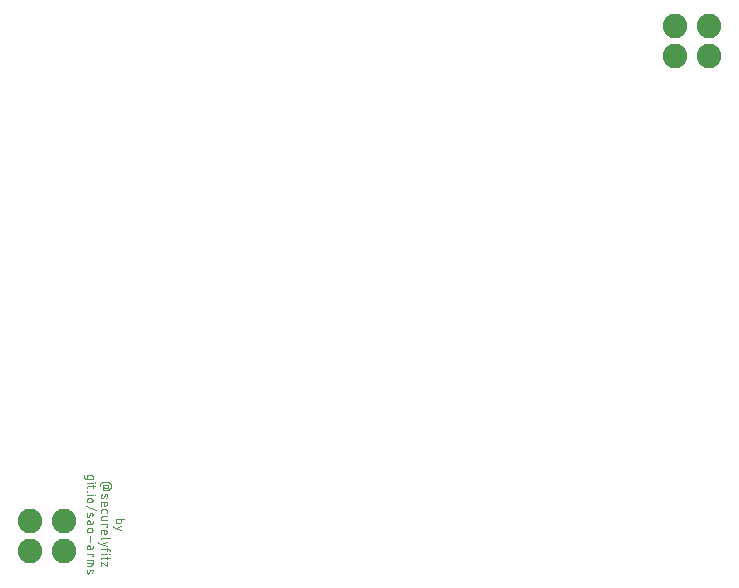
<source format=gts>
G04 EAGLE Gerber X2 export*
G75*
%MOMM*%
%FSLAX34Y34*%
%LPD*%
%AMOC8*
5,1,8,0,0,1.08239X$1,22.5*%
G01*
%ADD10C,0.076200*%
%ADD11C,2.082800*%


D10*
X90805Y52924D02*
X83439Y52924D01*
X83439Y50878D01*
X83441Y50809D01*
X83447Y50741D01*
X83456Y50672D01*
X83470Y50605D01*
X83487Y50538D01*
X83508Y50472D01*
X83532Y50408D01*
X83561Y50345D01*
X83592Y50284D01*
X83627Y50225D01*
X83665Y50167D01*
X83707Y50112D01*
X83751Y50060D01*
X83799Y50010D01*
X83849Y49962D01*
X83901Y49918D01*
X83956Y49876D01*
X84014Y49838D01*
X84073Y49803D01*
X84134Y49772D01*
X84197Y49743D01*
X84261Y49719D01*
X84327Y49698D01*
X84394Y49681D01*
X84461Y49667D01*
X84530Y49658D01*
X84598Y49652D01*
X84667Y49650D01*
X84667Y49651D02*
X87122Y49651D01*
X87122Y49650D02*
X87191Y49652D01*
X87259Y49658D01*
X87328Y49667D01*
X87395Y49681D01*
X87462Y49698D01*
X87528Y49719D01*
X87592Y49743D01*
X87655Y49772D01*
X87716Y49803D01*
X87775Y49838D01*
X87833Y49876D01*
X87888Y49918D01*
X87940Y49962D01*
X87990Y50010D01*
X88038Y50060D01*
X88082Y50112D01*
X88124Y50167D01*
X88162Y50225D01*
X88197Y50284D01*
X88228Y50345D01*
X88257Y50408D01*
X88281Y50472D01*
X88302Y50538D01*
X88319Y50605D01*
X88333Y50672D01*
X88342Y50741D01*
X88348Y50809D01*
X88350Y50878D01*
X88350Y52924D01*
X80984Y46869D02*
X80984Y46051D01*
X88350Y43596D01*
X88350Y46869D02*
X83439Y45233D01*
X77385Y79376D02*
X77385Y80604D01*
X77386Y80604D02*
X77384Y80673D01*
X77378Y80741D01*
X77369Y80810D01*
X77355Y80877D01*
X77338Y80944D01*
X77317Y81010D01*
X77293Y81074D01*
X77264Y81137D01*
X77233Y81198D01*
X77198Y81257D01*
X77160Y81315D01*
X77118Y81370D01*
X77074Y81422D01*
X77026Y81472D01*
X76976Y81520D01*
X76924Y81564D01*
X76869Y81606D01*
X76811Y81644D01*
X76752Y81679D01*
X76691Y81710D01*
X76628Y81739D01*
X76564Y81763D01*
X76498Y81784D01*
X76431Y81801D01*
X76364Y81815D01*
X76295Y81824D01*
X76227Y81830D01*
X76158Y81832D01*
X76158Y81831D02*
X73702Y81831D01*
X73702Y81832D02*
X73633Y81830D01*
X73565Y81824D01*
X73496Y81815D01*
X73429Y81801D01*
X73362Y81784D01*
X73296Y81763D01*
X73232Y81739D01*
X73169Y81710D01*
X73108Y81679D01*
X73049Y81644D01*
X72991Y81606D01*
X72936Y81564D01*
X72884Y81520D01*
X72834Y81472D01*
X72786Y81422D01*
X72742Y81370D01*
X72700Y81315D01*
X72662Y81257D01*
X72627Y81198D01*
X72596Y81137D01*
X72567Y81074D01*
X72543Y81010D01*
X72522Y80944D01*
X72505Y80877D01*
X72491Y80810D01*
X72482Y80741D01*
X72476Y80673D01*
X72474Y80604D01*
X72476Y80535D01*
X72482Y80467D01*
X72491Y80398D01*
X72505Y80331D01*
X72522Y80264D01*
X72543Y80198D01*
X72567Y80134D01*
X72596Y80071D01*
X72627Y80010D01*
X72662Y79951D01*
X72700Y79893D01*
X72742Y79838D01*
X72786Y79786D01*
X72834Y79736D01*
X72884Y79688D01*
X72936Y79644D01*
X72991Y79602D01*
X73049Y79564D01*
X73108Y79529D01*
X73169Y79498D01*
X73232Y79469D01*
X73296Y79445D01*
X73362Y79424D01*
X73429Y79407D01*
X73496Y79393D01*
X73565Y79384D01*
X73633Y79378D01*
X73702Y79376D01*
X73498Y79376D02*
X77385Y79376D01*
X73498Y79376D02*
X73435Y79374D01*
X73372Y79368D01*
X73310Y79359D01*
X73248Y79345D01*
X73188Y79328D01*
X73128Y79307D01*
X73070Y79282D01*
X73014Y79254D01*
X72959Y79223D01*
X72907Y79188D01*
X72857Y79150D01*
X72809Y79109D01*
X72764Y79065D01*
X72721Y79019D01*
X72682Y78969D01*
X72645Y78918D01*
X72612Y78865D01*
X72582Y78809D01*
X72556Y78752D01*
X72533Y78693D01*
X72514Y78633D01*
X72499Y78572D01*
X72487Y78510D01*
X72479Y78447D01*
X72475Y78385D01*
X72475Y78321D01*
X72479Y78259D01*
X72487Y78196D01*
X72499Y78134D01*
X72514Y78073D01*
X72533Y78013D01*
X72556Y77954D01*
X72582Y77897D01*
X72612Y77842D01*
X72645Y77788D01*
X72682Y77737D01*
X72721Y77687D01*
X72764Y77641D01*
X72809Y77597D01*
X72857Y77556D01*
X72907Y77518D01*
X72959Y77483D01*
X73014Y77452D01*
X73070Y77424D01*
X73128Y77399D01*
X73188Y77378D01*
X73248Y77361D01*
X73310Y77347D01*
X73372Y77338D01*
X73435Y77332D01*
X73498Y77330D01*
X76567Y77330D01*
X76680Y77332D01*
X76793Y77338D01*
X76905Y77348D01*
X77018Y77361D01*
X77129Y77379D01*
X77240Y77400D01*
X77351Y77425D01*
X77460Y77454D01*
X77568Y77487D01*
X77675Y77523D01*
X77781Y77563D01*
X77885Y77607D01*
X77988Y77654D01*
X78089Y77705D01*
X78188Y77759D01*
X78285Y77817D01*
X78380Y77878D01*
X78473Y77942D01*
X78564Y78009D01*
X78652Y78080D01*
X78738Y78153D01*
X78821Y78230D01*
X78902Y78309D01*
X78980Y78391D01*
X79055Y78476D01*
X79127Y78563D01*
X79196Y78652D01*
X79261Y78744D01*
X79324Y78838D01*
X79383Y78934D01*
X79439Y79033D01*
X79492Y79133D01*
X79541Y79235D01*
X79586Y79338D01*
X79628Y79443D01*
X79666Y79549D01*
X79701Y79657D01*
X79732Y79766D01*
X79759Y79875D01*
X79782Y79986D01*
X79802Y80097D01*
X79817Y80209D01*
X79829Y80322D01*
X79837Y80435D01*
X79841Y80547D01*
X79841Y80661D01*
X79837Y80773D01*
X79829Y80886D01*
X79817Y80999D01*
X79802Y81111D01*
X79782Y81222D01*
X79759Y81333D01*
X79732Y81442D01*
X79701Y81551D01*
X79666Y81659D01*
X79628Y81765D01*
X79586Y81870D01*
X79541Y81973D01*
X79492Y82075D01*
X79439Y82175D01*
X79383Y82274D01*
X79324Y82370D01*
X79261Y82464D01*
X79196Y82556D01*
X79127Y82645D01*
X79055Y82732D01*
X78980Y82817D01*
X78902Y82899D01*
X78821Y82978D01*
X78738Y83055D01*
X78652Y83128D01*
X78564Y83199D01*
X78473Y83266D01*
X78380Y83330D01*
X78285Y83391D01*
X78188Y83449D01*
X78089Y83503D01*
X77988Y83554D01*
X77885Y83601D01*
X77781Y83645D01*
X77675Y83685D01*
X77568Y83721D01*
X77460Y83754D01*
X77351Y83783D01*
X77240Y83808D01*
X77129Y83829D01*
X77018Y83847D01*
X76905Y83860D01*
X76793Y83870D01*
X76680Y83876D01*
X76567Y83878D01*
X76567Y83877D02*
X73089Y83877D01*
X73089Y83878D02*
X72979Y83876D01*
X72869Y83870D01*
X72760Y83860D01*
X72650Y83847D01*
X72542Y83829D01*
X72434Y83807D01*
X72327Y83782D01*
X72221Y83753D01*
X72116Y83720D01*
X72012Y83683D01*
X71910Y83643D01*
X71809Y83599D01*
X71710Y83551D01*
X71612Y83500D01*
X71517Y83446D01*
X71423Y83388D01*
X71332Y83327D01*
X71242Y83262D01*
X71156Y83195D01*
X71071Y83124D01*
X70990Y83050D01*
X70910Y82974D01*
X70834Y82895D01*
X70761Y82813D01*
X70690Y82728D01*
X70623Y82641D01*
X70559Y82552D01*
X70498Y82460D01*
X70440Y82367D01*
X70386Y82271D01*
X70335Y82173D01*
X70288Y82074D01*
X70244Y81973D01*
X70204Y81871D01*
X70167Y81767D01*
X70135Y81662D01*
X70106Y81556D01*
X70081Y81448D01*
X70060Y81340D01*
X70042Y81232D01*
X70029Y81123D01*
X70019Y81013D01*
X74112Y73092D02*
X73293Y71046D01*
X74112Y73092D02*
X74137Y73151D01*
X74166Y73208D01*
X74199Y73263D01*
X74235Y73316D01*
X74273Y73367D01*
X74315Y73415D01*
X74360Y73461D01*
X74407Y73504D01*
X74457Y73544D01*
X74509Y73581D01*
X74564Y73615D01*
X74620Y73646D01*
X74678Y73673D01*
X74738Y73696D01*
X74798Y73716D01*
X74860Y73732D01*
X74923Y73745D01*
X74987Y73753D01*
X75050Y73758D01*
X75114Y73759D01*
X75178Y73756D01*
X75242Y73749D01*
X75305Y73738D01*
X75367Y73724D01*
X75429Y73706D01*
X75489Y73684D01*
X75548Y73659D01*
X75605Y73630D01*
X75660Y73597D01*
X75713Y73562D01*
X75764Y73523D01*
X75813Y73481D01*
X75859Y73437D01*
X75902Y73389D01*
X75942Y73340D01*
X75979Y73287D01*
X76013Y73233D01*
X76044Y73177D01*
X76071Y73119D01*
X76095Y73060D01*
X76114Y72999D01*
X76131Y72937D01*
X76143Y72874D01*
X76152Y72811D01*
X76157Y72747D01*
X76158Y72683D01*
X76154Y72547D01*
X76146Y72412D01*
X76134Y72276D01*
X76118Y72142D01*
X76098Y72007D01*
X76075Y71874D01*
X76047Y71741D01*
X76016Y71609D01*
X75981Y71478D01*
X75942Y71348D01*
X75899Y71219D01*
X75852Y71092D01*
X75802Y70966D01*
X75748Y70841D01*
X73293Y71046D02*
X73268Y70987D01*
X73239Y70930D01*
X73206Y70875D01*
X73170Y70822D01*
X73132Y70771D01*
X73090Y70723D01*
X73045Y70677D01*
X72998Y70634D01*
X72948Y70594D01*
X72896Y70557D01*
X72841Y70523D01*
X72785Y70492D01*
X72727Y70465D01*
X72667Y70442D01*
X72607Y70422D01*
X72545Y70406D01*
X72482Y70393D01*
X72418Y70385D01*
X72355Y70380D01*
X72291Y70379D01*
X72227Y70382D01*
X72163Y70389D01*
X72100Y70400D01*
X72038Y70414D01*
X71976Y70432D01*
X71916Y70454D01*
X71857Y70479D01*
X71800Y70508D01*
X71745Y70541D01*
X71692Y70576D01*
X71641Y70615D01*
X71592Y70657D01*
X71546Y70701D01*
X71503Y70749D01*
X71463Y70798D01*
X71426Y70851D01*
X71392Y70905D01*
X71361Y70961D01*
X71334Y71019D01*
X71310Y71078D01*
X71291Y71139D01*
X71274Y71201D01*
X71262Y71264D01*
X71253Y71327D01*
X71248Y71391D01*
X71247Y71455D01*
X71251Y71619D01*
X71259Y71783D01*
X71271Y71947D01*
X71287Y72110D01*
X71307Y72273D01*
X71330Y72436D01*
X71358Y72597D01*
X71389Y72759D01*
X71424Y72919D01*
X71463Y73078D01*
X71506Y73237D01*
X71552Y73394D01*
X71602Y73551D01*
X71656Y73706D01*
X71247Y66139D02*
X71247Y64093D01*
X71247Y66139D02*
X71249Y66208D01*
X71255Y66276D01*
X71264Y66345D01*
X71278Y66412D01*
X71295Y66479D01*
X71316Y66545D01*
X71340Y66609D01*
X71369Y66672D01*
X71400Y66733D01*
X71435Y66792D01*
X71473Y66850D01*
X71515Y66905D01*
X71559Y66957D01*
X71607Y67007D01*
X71657Y67055D01*
X71709Y67099D01*
X71764Y67141D01*
X71822Y67179D01*
X71881Y67214D01*
X71942Y67245D01*
X72005Y67274D01*
X72069Y67298D01*
X72135Y67319D01*
X72202Y67336D01*
X72269Y67350D01*
X72338Y67359D01*
X72406Y67365D01*
X72475Y67367D01*
X72475Y67366D02*
X74521Y67366D01*
X74600Y67364D01*
X74679Y67358D01*
X74758Y67349D01*
X74836Y67336D01*
X74913Y67318D01*
X74989Y67298D01*
X75064Y67273D01*
X75138Y67245D01*
X75211Y67214D01*
X75282Y67178D01*
X75351Y67140D01*
X75418Y67098D01*
X75483Y67053D01*
X75546Y67005D01*
X75607Y66954D01*
X75664Y66900D01*
X75720Y66844D01*
X75772Y66785D01*
X75822Y66723D01*
X75868Y66659D01*
X75912Y66593D01*
X75952Y66525D01*
X75988Y66455D01*
X76022Y66383D01*
X76052Y66309D01*
X76078Y66235D01*
X76101Y66159D01*
X76119Y66082D01*
X76135Y66005D01*
X76146Y65926D01*
X76154Y65848D01*
X76158Y65769D01*
X76158Y65689D01*
X76154Y65610D01*
X76146Y65532D01*
X76135Y65453D01*
X76119Y65376D01*
X76101Y65299D01*
X76078Y65223D01*
X76052Y65149D01*
X76022Y65075D01*
X75988Y65003D01*
X75952Y64933D01*
X75912Y64865D01*
X75868Y64799D01*
X75822Y64735D01*
X75772Y64673D01*
X75720Y64614D01*
X75664Y64558D01*
X75607Y64504D01*
X75546Y64453D01*
X75483Y64405D01*
X75418Y64360D01*
X75351Y64318D01*
X75282Y64280D01*
X75211Y64244D01*
X75138Y64213D01*
X75064Y64185D01*
X74989Y64160D01*
X74913Y64140D01*
X74836Y64122D01*
X74758Y64109D01*
X74679Y64100D01*
X74600Y64094D01*
X74521Y64092D01*
X74521Y64093D02*
X73702Y64093D01*
X73702Y67366D01*
X71247Y59790D02*
X71247Y58153D01*
X71247Y59790D02*
X71249Y59859D01*
X71255Y59927D01*
X71264Y59996D01*
X71278Y60063D01*
X71295Y60130D01*
X71316Y60196D01*
X71340Y60260D01*
X71369Y60323D01*
X71400Y60384D01*
X71435Y60443D01*
X71473Y60501D01*
X71515Y60556D01*
X71559Y60608D01*
X71607Y60658D01*
X71657Y60706D01*
X71709Y60750D01*
X71764Y60792D01*
X71822Y60830D01*
X71881Y60865D01*
X71942Y60896D01*
X72005Y60925D01*
X72069Y60949D01*
X72135Y60970D01*
X72202Y60987D01*
X72269Y61001D01*
X72338Y61010D01*
X72406Y61016D01*
X72475Y61018D01*
X72475Y61017D02*
X74930Y61017D01*
X74930Y61018D02*
X74999Y61016D01*
X75067Y61010D01*
X75136Y61001D01*
X75203Y60987D01*
X75270Y60970D01*
X75336Y60949D01*
X75400Y60925D01*
X75463Y60896D01*
X75524Y60865D01*
X75583Y60830D01*
X75641Y60792D01*
X75696Y60750D01*
X75748Y60706D01*
X75798Y60658D01*
X75846Y60608D01*
X75890Y60556D01*
X75932Y60501D01*
X75970Y60443D01*
X76005Y60384D01*
X76036Y60323D01*
X76065Y60260D01*
X76089Y60196D01*
X76110Y60130D01*
X76127Y60063D01*
X76141Y59996D01*
X76150Y59927D01*
X76156Y59859D01*
X76158Y59790D01*
X76158Y58153D01*
X76158Y55174D02*
X72475Y55174D01*
X72475Y55175D02*
X72406Y55173D01*
X72338Y55167D01*
X72269Y55158D01*
X72202Y55144D01*
X72135Y55127D01*
X72069Y55106D01*
X72005Y55082D01*
X71942Y55053D01*
X71881Y55022D01*
X71822Y54987D01*
X71764Y54949D01*
X71709Y54907D01*
X71657Y54863D01*
X71607Y54815D01*
X71559Y54765D01*
X71515Y54713D01*
X71474Y54658D01*
X71435Y54600D01*
X71400Y54541D01*
X71369Y54480D01*
X71340Y54417D01*
X71316Y54353D01*
X71295Y54287D01*
X71278Y54220D01*
X71264Y54153D01*
X71255Y54085D01*
X71249Y54016D01*
X71247Y53947D01*
X71247Y51901D01*
X76158Y51901D01*
X76158Y48301D02*
X71247Y48301D01*
X76158Y48301D02*
X76158Y45845D01*
X75339Y45845D01*
X71247Y42242D02*
X71247Y40196D01*
X71247Y42242D02*
X71249Y42311D01*
X71255Y42379D01*
X71264Y42448D01*
X71278Y42515D01*
X71295Y42582D01*
X71316Y42648D01*
X71340Y42712D01*
X71369Y42775D01*
X71400Y42836D01*
X71435Y42895D01*
X71473Y42953D01*
X71515Y43008D01*
X71559Y43060D01*
X71607Y43110D01*
X71657Y43158D01*
X71709Y43202D01*
X71764Y43244D01*
X71822Y43282D01*
X71881Y43317D01*
X71942Y43348D01*
X72005Y43377D01*
X72069Y43401D01*
X72135Y43422D01*
X72202Y43439D01*
X72269Y43453D01*
X72338Y43462D01*
X72406Y43468D01*
X72475Y43470D01*
X74521Y43470D01*
X74600Y43468D01*
X74679Y43462D01*
X74758Y43453D01*
X74836Y43440D01*
X74913Y43422D01*
X74989Y43402D01*
X75064Y43377D01*
X75138Y43349D01*
X75211Y43318D01*
X75282Y43282D01*
X75351Y43244D01*
X75418Y43202D01*
X75483Y43157D01*
X75546Y43109D01*
X75607Y43058D01*
X75664Y43004D01*
X75720Y42948D01*
X75772Y42889D01*
X75822Y42827D01*
X75868Y42763D01*
X75912Y42697D01*
X75952Y42629D01*
X75988Y42559D01*
X76022Y42487D01*
X76052Y42413D01*
X76078Y42339D01*
X76101Y42263D01*
X76119Y42186D01*
X76135Y42109D01*
X76146Y42030D01*
X76154Y41952D01*
X76158Y41873D01*
X76158Y41793D01*
X76154Y41714D01*
X76146Y41636D01*
X76135Y41557D01*
X76119Y41480D01*
X76101Y41403D01*
X76078Y41327D01*
X76052Y41253D01*
X76022Y41179D01*
X75988Y41107D01*
X75952Y41037D01*
X75912Y40969D01*
X75868Y40903D01*
X75822Y40839D01*
X75772Y40777D01*
X75720Y40718D01*
X75664Y40662D01*
X75607Y40608D01*
X75546Y40557D01*
X75483Y40509D01*
X75418Y40464D01*
X75351Y40422D01*
X75282Y40384D01*
X75211Y40348D01*
X75138Y40317D01*
X75064Y40289D01*
X74989Y40264D01*
X74913Y40244D01*
X74836Y40226D01*
X74758Y40213D01*
X74679Y40204D01*
X74600Y40198D01*
X74521Y40196D01*
X73702Y40196D01*
X73702Y43470D01*
X72475Y37047D02*
X78613Y37047D01*
X72475Y37048D02*
X72406Y37046D01*
X72338Y37040D01*
X72269Y37031D01*
X72202Y37017D01*
X72135Y37000D01*
X72069Y36979D01*
X72005Y36955D01*
X71942Y36926D01*
X71881Y36895D01*
X71822Y36860D01*
X71764Y36822D01*
X71709Y36780D01*
X71657Y36736D01*
X71607Y36688D01*
X71559Y36638D01*
X71515Y36586D01*
X71474Y36531D01*
X71435Y36473D01*
X71400Y36414D01*
X71369Y36353D01*
X71340Y36290D01*
X71316Y36226D01*
X71295Y36160D01*
X71278Y36093D01*
X71264Y36026D01*
X71255Y35958D01*
X71249Y35889D01*
X71247Y35820D01*
X68792Y33473D02*
X68792Y32654D01*
X76158Y30199D01*
X76158Y33473D02*
X71247Y31836D01*
X71247Y26983D02*
X77385Y26983D01*
X77385Y26984D02*
X77454Y26982D01*
X77522Y26976D01*
X77591Y26967D01*
X77658Y26953D01*
X77725Y26936D01*
X77791Y26915D01*
X77855Y26891D01*
X77918Y26862D01*
X77979Y26831D01*
X78038Y26796D01*
X78096Y26758D01*
X78151Y26716D01*
X78203Y26672D01*
X78253Y26624D01*
X78301Y26574D01*
X78345Y26522D01*
X78386Y26467D01*
X78425Y26409D01*
X78460Y26350D01*
X78491Y26289D01*
X78520Y26226D01*
X78544Y26162D01*
X78565Y26096D01*
X78582Y26029D01*
X78596Y25962D01*
X78605Y25894D01*
X78611Y25825D01*
X78613Y25756D01*
X78613Y25346D01*
X76158Y25346D02*
X76158Y27802D01*
X76158Y23302D02*
X71247Y23302D01*
X78204Y23506D02*
X78613Y23506D01*
X78613Y23097D01*
X78204Y23097D01*
X78204Y23506D01*
X76158Y20936D02*
X76158Y18481D01*
X78613Y20117D02*
X72475Y20117D01*
X72475Y20118D02*
X72406Y20116D01*
X72338Y20110D01*
X72269Y20101D01*
X72202Y20087D01*
X72135Y20070D01*
X72069Y20049D01*
X72005Y20025D01*
X71942Y19996D01*
X71881Y19965D01*
X71822Y19930D01*
X71764Y19892D01*
X71709Y19850D01*
X71657Y19806D01*
X71607Y19758D01*
X71559Y19708D01*
X71515Y19656D01*
X71474Y19601D01*
X71435Y19543D01*
X71400Y19484D01*
X71369Y19423D01*
X71340Y19360D01*
X71316Y19296D01*
X71295Y19230D01*
X71278Y19163D01*
X71264Y19096D01*
X71255Y19028D01*
X71249Y18959D01*
X71247Y18890D01*
X71247Y18481D01*
X76158Y15916D02*
X76158Y12643D01*
X71247Y15916D01*
X71247Y12643D01*
X59055Y86857D02*
X59055Y88903D01*
X59057Y88972D01*
X59063Y89040D01*
X59072Y89109D01*
X59086Y89176D01*
X59103Y89243D01*
X59124Y89309D01*
X59148Y89373D01*
X59177Y89436D01*
X59208Y89497D01*
X59243Y89556D01*
X59281Y89614D01*
X59323Y89669D01*
X59367Y89721D01*
X59415Y89771D01*
X59465Y89819D01*
X59517Y89863D01*
X59572Y89905D01*
X59630Y89943D01*
X59689Y89978D01*
X59750Y90009D01*
X59813Y90038D01*
X59877Y90062D01*
X59943Y90083D01*
X60010Y90100D01*
X60077Y90114D01*
X60146Y90123D01*
X60214Y90129D01*
X60283Y90131D01*
X62738Y90131D01*
X62807Y90129D01*
X62875Y90123D01*
X62944Y90114D01*
X63011Y90100D01*
X63078Y90083D01*
X63144Y90062D01*
X63208Y90038D01*
X63271Y90009D01*
X63332Y89978D01*
X63391Y89943D01*
X63449Y89905D01*
X63504Y89863D01*
X63556Y89819D01*
X63606Y89771D01*
X63654Y89721D01*
X63698Y89669D01*
X63740Y89614D01*
X63778Y89556D01*
X63813Y89497D01*
X63844Y89436D01*
X63873Y89373D01*
X63897Y89309D01*
X63918Y89243D01*
X63935Y89176D01*
X63949Y89109D01*
X63958Y89040D01*
X63964Y88972D01*
X63966Y88903D01*
X63966Y86857D01*
X57827Y86857D01*
X57758Y86859D01*
X57690Y86865D01*
X57621Y86874D01*
X57554Y86888D01*
X57487Y86905D01*
X57421Y86926D01*
X57357Y86950D01*
X57294Y86979D01*
X57233Y87010D01*
X57174Y87045D01*
X57116Y87083D01*
X57061Y87125D01*
X57009Y87169D01*
X56959Y87217D01*
X56911Y87267D01*
X56867Y87319D01*
X56825Y87374D01*
X56787Y87432D01*
X56752Y87491D01*
X56721Y87552D01*
X56692Y87615D01*
X56668Y87679D01*
X56647Y87745D01*
X56630Y87812D01*
X56616Y87879D01*
X56607Y87948D01*
X56601Y88016D01*
X56599Y88085D01*
X56600Y88085D02*
X56600Y89722D01*
X59055Y83577D02*
X63966Y83577D01*
X66012Y83781D02*
X66421Y83781D01*
X66421Y83372D01*
X66012Y83372D01*
X66012Y83781D01*
X63966Y81211D02*
X63966Y78756D01*
X66421Y80392D02*
X60283Y80392D01*
X60283Y80393D02*
X60214Y80391D01*
X60146Y80385D01*
X60077Y80376D01*
X60010Y80362D01*
X59943Y80345D01*
X59877Y80324D01*
X59813Y80300D01*
X59750Y80271D01*
X59689Y80240D01*
X59630Y80205D01*
X59572Y80167D01*
X59517Y80125D01*
X59465Y80081D01*
X59415Y80033D01*
X59367Y79983D01*
X59323Y79931D01*
X59282Y79876D01*
X59243Y79818D01*
X59208Y79759D01*
X59177Y79698D01*
X59148Y79635D01*
X59124Y79571D01*
X59103Y79505D01*
X59086Y79438D01*
X59072Y79371D01*
X59063Y79303D01*
X59057Y79234D01*
X59055Y79165D01*
X59055Y78756D01*
X59055Y76222D02*
X59464Y76222D01*
X59464Y75813D01*
X59055Y75813D01*
X59055Y76222D01*
X59055Y73092D02*
X63966Y73092D01*
X66012Y73296D02*
X66421Y73296D01*
X66421Y72887D01*
X66012Y72887D01*
X66012Y73296D01*
X62329Y70096D02*
X60692Y70096D01*
X62329Y70096D02*
X62408Y70094D01*
X62487Y70088D01*
X62566Y70079D01*
X62644Y70066D01*
X62721Y70048D01*
X62797Y70028D01*
X62872Y70003D01*
X62946Y69975D01*
X63019Y69944D01*
X63090Y69908D01*
X63159Y69870D01*
X63226Y69828D01*
X63291Y69783D01*
X63354Y69735D01*
X63415Y69684D01*
X63472Y69630D01*
X63528Y69574D01*
X63580Y69515D01*
X63630Y69453D01*
X63676Y69389D01*
X63720Y69323D01*
X63760Y69255D01*
X63796Y69185D01*
X63830Y69113D01*
X63860Y69039D01*
X63886Y68965D01*
X63909Y68889D01*
X63927Y68812D01*
X63943Y68735D01*
X63954Y68656D01*
X63962Y68578D01*
X63966Y68499D01*
X63966Y68419D01*
X63962Y68340D01*
X63954Y68262D01*
X63943Y68183D01*
X63927Y68106D01*
X63909Y68029D01*
X63886Y67953D01*
X63860Y67879D01*
X63830Y67805D01*
X63796Y67733D01*
X63760Y67663D01*
X63720Y67595D01*
X63676Y67529D01*
X63630Y67465D01*
X63580Y67403D01*
X63528Y67344D01*
X63472Y67288D01*
X63415Y67234D01*
X63354Y67183D01*
X63291Y67135D01*
X63226Y67090D01*
X63159Y67048D01*
X63090Y67010D01*
X63019Y66974D01*
X62946Y66943D01*
X62872Y66915D01*
X62797Y66890D01*
X62721Y66870D01*
X62644Y66852D01*
X62566Y66839D01*
X62487Y66830D01*
X62408Y66824D01*
X62329Y66822D01*
X60692Y66822D01*
X60613Y66824D01*
X60534Y66830D01*
X60455Y66839D01*
X60377Y66852D01*
X60300Y66870D01*
X60224Y66890D01*
X60149Y66915D01*
X60075Y66943D01*
X60002Y66974D01*
X59931Y67010D01*
X59862Y67048D01*
X59795Y67090D01*
X59730Y67135D01*
X59667Y67183D01*
X59606Y67234D01*
X59549Y67288D01*
X59493Y67344D01*
X59441Y67403D01*
X59391Y67465D01*
X59345Y67529D01*
X59301Y67595D01*
X59261Y67663D01*
X59225Y67733D01*
X59191Y67805D01*
X59161Y67879D01*
X59135Y67953D01*
X59112Y68029D01*
X59094Y68106D01*
X59078Y68183D01*
X59067Y68262D01*
X59059Y68340D01*
X59055Y68419D01*
X59055Y68499D01*
X59059Y68578D01*
X59067Y68656D01*
X59078Y68735D01*
X59094Y68812D01*
X59112Y68889D01*
X59135Y68965D01*
X59161Y69039D01*
X59191Y69113D01*
X59225Y69185D01*
X59261Y69255D01*
X59301Y69323D01*
X59345Y69389D01*
X59391Y69453D01*
X59441Y69515D01*
X59493Y69574D01*
X59549Y69630D01*
X59606Y69684D01*
X59667Y69735D01*
X59730Y69783D01*
X59795Y69828D01*
X59862Y69870D01*
X59931Y69908D01*
X60002Y69944D01*
X60075Y69975D01*
X60149Y70003D01*
X60224Y70028D01*
X60300Y70048D01*
X60377Y70066D01*
X60455Y70079D01*
X60534Y70088D01*
X60613Y70094D01*
X60692Y70096D01*
X58237Y64000D02*
X67239Y60726D01*
X61920Y57290D02*
X61101Y55244D01*
X61920Y57290D02*
X61945Y57349D01*
X61974Y57406D01*
X62007Y57461D01*
X62043Y57514D01*
X62081Y57565D01*
X62123Y57613D01*
X62168Y57659D01*
X62215Y57702D01*
X62265Y57742D01*
X62317Y57779D01*
X62372Y57813D01*
X62428Y57844D01*
X62486Y57871D01*
X62546Y57894D01*
X62606Y57914D01*
X62668Y57930D01*
X62731Y57943D01*
X62795Y57951D01*
X62858Y57956D01*
X62922Y57957D01*
X62986Y57954D01*
X63050Y57947D01*
X63113Y57936D01*
X63175Y57922D01*
X63237Y57904D01*
X63297Y57882D01*
X63356Y57857D01*
X63413Y57828D01*
X63468Y57795D01*
X63521Y57760D01*
X63572Y57721D01*
X63621Y57679D01*
X63667Y57635D01*
X63710Y57587D01*
X63750Y57538D01*
X63787Y57485D01*
X63821Y57431D01*
X63852Y57375D01*
X63879Y57317D01*
X63903Y57258D01*
X63922Y57197D01*
X63939Y57135D01*
X63951Y57072D01*
X63960Y57009D01*
X63965Y56945D01*
X63966Y56881D01*
X63962Y56745D01*
X63954Y56610D01*
X63942Y56474D01*
X63926Y56340D01*
X63906Y56205D01*
X63883Y56072D01*
X63855Y55939D01*
X63824Y55807D01*
X63789Y55676D01*
X63750Y55546D01*
X63707Y55417D01*
X63660Y55290D01*
X63610Y55164D01*
X63556Y55039D01*
X61101Y55244D02*
X61076Y55185D01*
X61047Y55128D01*
X61014Y55073D01*
X60978Y55020D01*
X60940Y54969D01*
X60898Y54921D01*
X60853Y54875D01*
X60806Y54832D01*
X60756Y54792D01*
X60704Y54755D01*
X60649Y54721D01*
X60593Y54690D01*
X60535Y54663D01*
X60475Y54640D01*
X60415Y54620D01*
X60353Y54604D01*
X60290Y54591D01*
X60226Y54583D01*
X60163Y54578D01*
X60099Y54577D01*
X60035Y54580D01*
X59971Y54587D01*
X59908Y54598D01*
X59846Y54612D01*
X59784Y54630D01*
X59724Y54652D01*
X59665Y54677D01*
X59608Y54706D01*
X59553Y54739D01*
X59500Y54774D01*
X59449Y54813D01*
X59400Y54855D01*
X59354Y54899D01*
X59311Y54947D01*
X59271Y54996D01*
X59234Y55049D01*
X59200Y55103D01*
X59169Y55159D01*
X59142Y55217D01*
X59118Y55276D01*
X59099Y55337D01*
X59082Y55399D01*
X59070Y55462D01*
X59061Y55525D01*
X59056Y55589D01*
X59055Y55653D01*
X59059Y55817D01*
X59067Y55981D01*
X59079Y56145D01*
X59095Y56308D01*
X59115Y56471D01*
X59138Y56634D01*
X59166Y56795D01*
X59197Y56957D01*
X59232Y57117D01*
X59271Y57276D01*
X59314Y57435D01*
X59360Y57592D01*
X59410Y57749D01*
X59464Y57904D01*
X61920Y50172D02*
X61920Y48331D01*
X61919Y50172D02*
X61917Y50247D01*
X61911Y50322D01*
X61901Y50396D01*
X61888Y50470D01*
X61870Y50543D01*
X61849Y50615D01*
X61824Y50685D01*
X61795Y50754D01*
X61763Y50822D01*
X61727Y50888D01*
X61688Y50952D01*
X61646Y51014D01*
X61600Y51073D01*
X61551Y51130D01*
X61500Y51185D01*
X61445Y51236D01*
X61388Y51285D01*
X61329Y51331D01*
X61267Y51373D01*
X61203Y51412D01*
X61137Y51448D01*
X61069Y51480D01*
X61000Y51509D01*
X60930Y51534D01*
X60858Y51555D01*
X60785Y51573D01*
X60711Y51586D01*
X60637Y51596D01*
X60562Y51602D01*
X60487Y51604D01*
X60412Y51602D01*
X60337Y51596D01*
X60263Y51586D01*
X60189Y51573D01*
X60116Y51555D01*
X60044Y51534D01*
X59974Y51509D01*
X59905Y51480D01*
X59837Y51448D01*
X59771Y51412D01*
X59707Y51373D01*
X59645Y51331D01*
X59586Y51285D01*
X59529Y51236D01*
X59474Y51185D01*
X59423Y51130D01*
X59374Y51073D01*
X59328Y51014D01*
X59286Y50952D01*
X59247Y50888D01*
X59211Y50822D01*
X59179Y50754D01*
X59150Y50685D01*
X59125Y50615D01*
X59104Y50543D01*
X59086Y50470D01*
X59073Y50396D01*
X59063Y50322D01*
X59057Y50247D01*
X59055Y50172D01*
X59055Y48331D01*
X62738Y48331D01*
X62807Y48333D01*
X62875Y48339D01*
X62944Y48348D01*
X63011Y48362D01*
X63078Y48379D01*
X63144Y48400D01*
X63208Y48424D01*
X63271Y48453D01*
X63332Y48484D01*
X63391Y48519D01*
X63449Y48557D01*
X63504Y48599D01*
X63556Y48643D01*
X63606Y48691D01*
X63654Y48741D01*
X63698Y48793D01*
X63740Y48848D01*
X63778Y48906D01*
X63813Y48965D01*
X63844Y49026D01*
X63873Y49089D01*
X63897Y49153D01*
X63918Y49219D01*
X63935Y49286D01*
X63949Y49353D01*
X63958Y49422D01*
X63964Y49490D01*
X63966Y49559D01*
X63966Y51195D01*
X62329Y44980D02*
X60692Y44980D01*
X62329Y44980D02*
X62408Y44978D01*
X62487Y44972D01*
X62566Y44963D01*
X62644Y44950D01*
X62721Y44932D01*
X62797Y44912D01*
X62872Y44887D01*
X62946Y44859D01*
X63019Y44828D01*
X63090Y44792D01*
X63159Y44754D01*
X63226Y44712D01*
X63291Y44667D01*
X63354Y44619D01*
X63415Y44568D01*
X63472Y44514D01*
X63528Y44458D01*
X63580Y44399D01*
X63630Y44337D01*
X63676Y44273D01*
X63720Y44207D01*
X63760Y44139D01*
X63796Y44069D01*
X63830Y43997D01*
X63860Y43923D01*
X63886Y43849D01*
X63909Y43773D01*
X63927Y43696D01*
X63943Y43619D01*
X63954Y43540D01*
X63962Y43462D01*
X63966Y43383D01*
X63966Y43303D01*
X63962Y43224D01*
X63954Y43146D01*
X63943Y43067D01*
X63927Y42990D01*
X63909Y42913D01*
X63886Y42837D01*
X63860Y42763D01*
X63830Y42689D01*
X63796Y42617D01*
X63760Y42547D01*
X63720Y42479D01*
X63676Y42413D01*
X63630Y42349D01*
X63580Y42287D01*
X63528Y42228D01*
X63472Y42172D01*
X63415Y42118D01*
X63354Y42067D01*
X63291Y42019D01*
X63226Y41974D01*
X63159Y41932D01*
X63090Y41894D01*
X63019Y41858D01*
X62946Y41827D01*
X62872Y41799D01*
X62797Y41774D01*
X62721Y41754D01*
X62644Y41736D01*
X62566Y41723D01*
X62487Y41714D01*
X62408Y41708D01*
X62329Y41706D01*
X60692Y41706D01*
X60613Y41708D01*
X60534Y41714D01*
X60455Y41723D01*
X60377Y41736D01*
X60300Y41754D01*
X60224Y41774D01*
X60149Y41799D01*
X60075Y41827D01*
X60002Y41858D01*
X59931Y41894D01*
X59862Y41932D01*
X59795Y41974D01*
X59730Y42019D01*
X59667Y42067D01*
X59606Y42118D01*
X59549Y42172D01*
X59493Y42228D01*
X59441Y42287D01*
X59391Y42349D01*
X59345Y42413D01*
X59301Y42479D01*
X59261Y42547D01*
X59225Y42617D01*
X59191Y42689D01*
X59161Y42763D01*
X59135Y42837D01*
X59112Y42913D01*
X59094Y42990D01*
X59078Y43067D01*
X59067Y43146D01*
X59059Y43224D01*
X59055Y43303D01*
X59055Y43383D01*
X59059Y43462D01*
X59067Y43540D01*
X59078Y43619D01*
X59094Y43696D01*
X59112Y43773D01*
X59135Y43849D01*
X59161Y43923D01*
X59191Y43997D01*
X59225Y44069D01*
X59261Y44139D01*
X59301Y44207D01*
X59345Y44273D01*
X59391Y44337D01*
X59441Y44399D01*
X59493Y44458D01*
X59549Y44514D01*
X59606Y44568D01*
X59667Y44619D01*
X59730Y44667D01*
X59795Y44712D01*
X59862Y44754D01*
X59931Y44792D01*
X60002Y44828D01*
X60075Y44859D01*
X60149Y44887D01*
X60224Y44912D01*
X60300Y44932D01*
X60377Y44950D01*
X60455Y44963D01*
X60534Y44972D01*
X60613Y44978D01*
X60692Y44980D01*
X61920Y38483D02*
X61920Y33573D01*
X61920Y28958D02*
X61920Y27117D01*
X61919Y28958D02*
X61917Y29033D01*
X61911Y29108D01*
X61901Y29182D01*
X61888Y29256D01*
X61870Y29329D01*
X61849Y29401D01*
X61824Y29471D01*
X61795Y29540D01*
X61763Y29608D01*
X61727Y29674D01*
X61688Y29738D01*
X61646Y29800D01*
X61600Y29859D01*
X61551Y29916D01*
X61500Y29971D01*
X61445Y30022D01*
X61388Y30071D01*
X61329Y30117D01*
X61267Y30159D01*
X61203Y30198D01*
X61137Y30234D01*
X61069Y30266D01*
X61000Y30295D01*
X60930Y30320D01*
X60858Y30341D01*
X60785Y30359D01*
X60711Y30372D01*
X60637Y30382D01*
X60562Y30388D01*
X60487Y30390D01*
X60412Y30388D01*
X60337Y30382D01*
X60263Y30372D01*
X60189Y30359D01*
X60116Y30341D01*
X60044Y30320D01*
X59974Y30295D01*
X59905Y30266D01*
X59837Y30234D01*
X59771Y30198D01*
X59707Y30159D01*
X59645Y30117D01*
X59586Y30071D01*
X59529Y30022D01*
X59474Y29971D01*
X59423Y29916D01*
X59374Y29859D01*
X59328Y29800D01*
X59286Y29738D01*
X59247Y29674D01*
X59211Y29608D01*
X59179Y29540D01*
X59150Y29471D01*
X59125Y29401D01*
X59104Y29329D01*
X59086Y29256D01*
X59073Y29182D01*
X59063Y29108D01*
X59057Y29033D01*
X59055Y28958D01*
X59055Y27117D01*
X62738Y27117D01*
X62807Y27119D01*
X62875Y27125D01*
X62944Y27134D01*
X63011Y27148D01*
X63078Y27165D01*
X63144Y27186D01*
X63208Y27210D01*
X63271Y27239D01*
X63332Y27270D01*
X63391Y27305D01*
X63449Y27343D01*
X63504Y27385D01*
X63556Y27429D01*
X63606Y27477D01*
X63654Y27527D01*
X63698Y27579D01*
X63740Y27634D01*
X63778Y27692D01*
X63813Y27751D01*
X63844Y27812D01*
X63873Y27875D01*
X63897Y27939D01*
X63918Y28005D01*
X63935Y28072D01*
X63949Y28139D01*
X63958Y28208D01*
X63964Y28276D01*
X63966Y28345D01*
X63966Y29981D01*
X63966Y23476D02*
X59055Y23476D01*
X63966Y23476D02*
X63966Y21021D01*
X63147Y21021D01*
X63966Y18245D02*
X59055Y18245D01*
X63966Y18245D02*
X63966Y14562D01*
X63964Y14493D01*
X63958Y14425D01*
X63949Y14356D01*
X63935Y14289D01*
X63918Y14222D01*
X63897Y14156D01*
X63873Y14092D01*
X63844Y14029D01*
X63813Y13968D01*
X63778Y13909D01*
X63740Y13851D01*
X63698Y13796D01*
X63654Y13744D01*
X63606Y13694D01*
X63556Y13646D01*
X63504Y13602D01*
X63449Y13561D01*
X63391Y13522D01*
X63332Y13487D01*
X63271Y13456D01*
X63208Y13427D01*
X63144Y13403D01*
X63078Y13382D01*
X63011Y13365D01*
X62944Y13351D01*
X62876Y13342D01*
X62807Y13336D01*
X62738Y13334D01*
X59055Y13334D01*
X59055Y15789D02*
X63966Y15789D01*
X61920Y9253D02*
X61101Y7207D01*
X61920Y9253D02*
X61945Y9312D01*
X61974Y9369D01*
X62007Y9424D01*
X62043Y9477D01*
X62081Y9528D01*
X62123Y9576D01*
X62168Y9622D01*
X62215Y9665D01*
X62265Y9705D01*
X62317Y9742D01*
X62372Y9776D01*
X62428Y9807D01*
X62486Y9834D01*
X62546Y9857D01*
X62606Y9877D01*
X62668Y9893D01*
X62731Y9906D01*
X62795Y9914D01*
X62858Y9919D01*
X62922Y9920D01*
X62986Y9917D01*
X63050Y9910D01*
X63113Y9899D01*
X63175Y9885D01*
X63237Y9867D01*
X63297Y9845D01*
X63356Y9820D01*
X63413Y9791D01*
X63468Y9758D01*
X63521Y9723D01*
X63572Y9684D01*
X63621Y9642D01*
X63667Y9598D01*
X63710Y9550D01*
X63750Y9501D01*
X63787Y9448D01*
X63821Y9394D01*
X63852Y9338D01*
X63879Y9280D01*
X63903Y9221D01*
X63922Y9160D01*
X63939Y9098D01*
X63951Y9035D01*
X63960Y8972D01*
X63965Y8908D01*
X63966Y8844D01*
X63966Y8845D02*
X63962Y8709D01*
X63954Y8574D01*
X63942Y8438D01*
X63926Y8304D01*
X63906Y8169D01*
X63883Y8036D01*
X63855Y7903D01*
X63824Y7771D01*
X63789Y7640D01*
X63750Y7510D01*
X63707Y7381D01*
X63660Y7254D01*
X63610Y7128D01*
X63556Y7003D01*
X61101Y7207D02*
X61076Y7148D01*
X61047Y7091D01*
X61014Y7036D01*
X60978Y6983D01*
X60940Y6932D01*
X60898Y6884D01*
X60853Y6838D01*
X60806Y6795D01*
X60756Y6755D01*
X60704Y6718D01*
X60649Y6684D01*
X60593Y6653D01*
X60535Y6626D01*
X60475Y6603D01*
X60415Y6583D01*
X60353Y6567D01*
X60290Y6554D01*
X60226Y6546D01*
X60163Y6541D01*
X60099Y6540D01*
X60035Y6543D01*
X59971Y6550D01*
X59908Y6561D01*
X59846Y6575D01*
X59784Y6593D01*
X59724Y6615D01*
X59665Y6640D01*
X59608Y6669D01*
X59553Y6702D01*
X59500Y6737D01*
X59449Y6776D01*
X59400Y6818D01*
X59354Y6862D01*
X59311Y6910D01*
X59271Y6959D01*
X59234Y7012D01*
X59200Y7066D01*
X59169Y7122D01*
X59142Y7180D01*
X59118Y7239D01*
X59099Y7300D01*
X59082Y7362D01*
X59070Y7425D01*
X59061Y7488D01*
X59056Y7552D01*
X59055Y7616D01*
X59059Y7780D01*
X59067Y7944D01*
X59079Y8108D01*
X59095Y8271D01*
X59115Y8434D01*
X59138Y8597D01*
X59166Y8758D01*
X59197Y8920D01*
X59232Y9080D01*
X59271Y9239D01*
X59314Y9398D01*
X59360Y9555D01*
X59410Y9712D01*
X59464Y9867D01*
D11*
X10922Y50800D03*
X39878Y50800D03*
X557022Y444500D03*
X585978Y444500D03*
X557022Y469900D03*
X585978Y469900D03*
X10922Y25400D03*
X39878Y25400D03*
M02*

</source>
